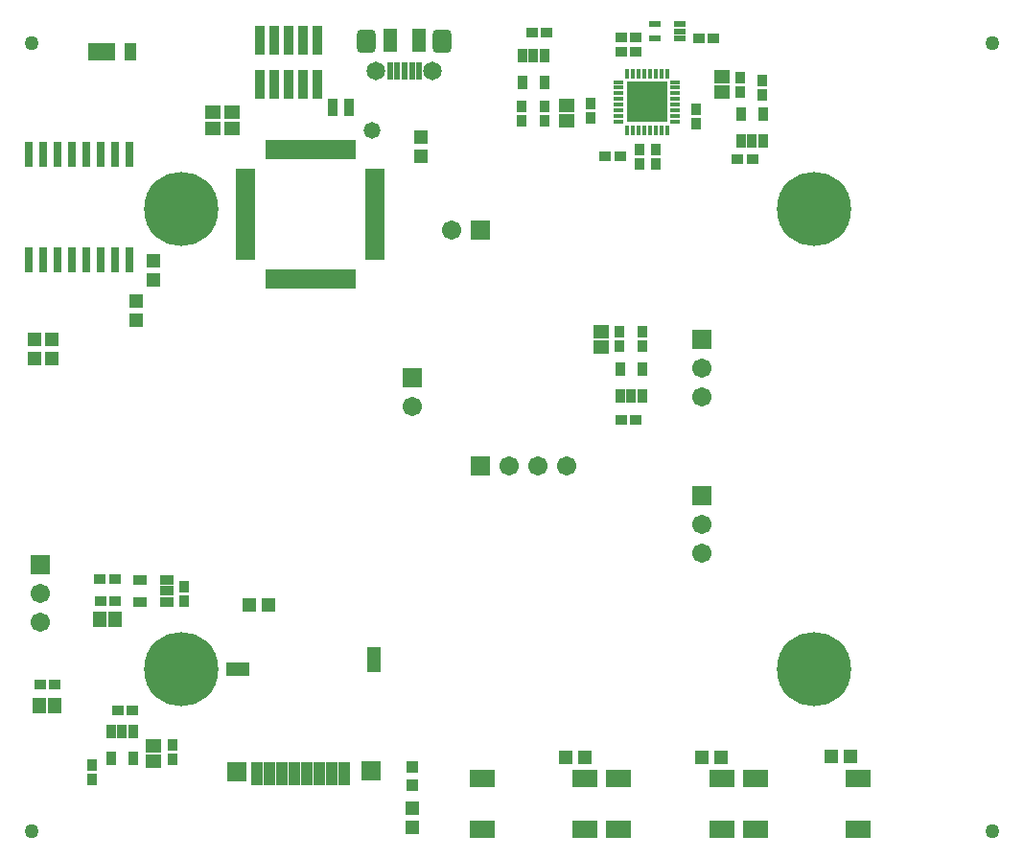
<source format=gts>
G04*
G04 #@! TF.GenerationSoftware,Altium Limited,Altium Designer,21.9.2 (33)*
G04*
G04 Layer_Color=8388736*
%FSLAX25Y25*%
%MOIN*%
G70*
G04*
G04 #@! TF.SameCoordinates,36AF05F9-EE1F-4495-BFDE-5FD0FD3D89CD*
G04*
G04*
G04 #@! TF.FilePolarity,Negative*
G04*
G01*
G75*
%ADD44R,0.03792X0.10249*%
%ADD45R,0.04737X0.05131*%
%ADD46R,0.04800X0.05800*%
%ADD47R,0.04343X0.03556*%
%ADD48R,0.03556X0.04343*%
%ADD49R,0.09461X0.06312*%
%ADD50R,0.04343X0.06312*%
%ADD51R,0.01900X0.06600*%
%ADD52R,0.06600X0.01900*%
%ADD53R,0.04737X0.08280*%
%ADD54R,0.02375X0.06115*%
%ADD55R,0.05131X0.03359*%
%ADD56R,0.03950X0.03950*%
%ADD57R,0.02887X0.08595*%
%ADD58R,0.05512X0.05118*%
%ADD59R,0.03359X0.05131*%
%ADD60R,0.05800X0.04800*%
%ADD61R,0.03753X0.06312*%
%ADD62R,0.05131X0.04737*%
%ADD63R,0.09068X0.06312*%
%ADD64R,0.03950X0.08280*%
%ADD65R,0.06706X0.06706*%
%ADD66R,0.04737X0.08674*%
%ADD67R,0.08083X0.04737*%
%ADD68O,0.01587X0.03556*%
%ADD69O,0.03556X0.01587*%
%ADD70R,0.14186X0.14186*%
%ADD71R,0.04343X0.02375*%
%ADD72C,0.05000*%
%ADD73C,0.06706*%
%ADD74C,0.06509*%
G04:AMPARAMS|DCode=75|XSize=67.06mil|YSize=82.8mil|CornerRadius=18.76mil|HoleSize=0mil|Usage=FLASHONLY|Rotation=180.000|XOffset=0mil|YOffset=0mil|HoleType=Round|Shape=RoundedRectangle|*
%AMROUNDEDRECTD75*
21,1,0.06706,0.04528,0,0,180.0*
21,1,0.02953,0.08280,0,0,180.0*
1,1,0.03753,-0.01476,0.02264*
1,1,0.03753,0.01476,0.02264*
1,1,0.03753,0.01476,-0.02264*
1,1,0.03753,-0.01476,-0.02264*
%
%ADD75ROUNDEDRECTD75*%
%ADD76R,0.06706X0.06706*%
%ADD77C,0.25800*%
%ADD78C,0.05800*%
D44*
X79500Y854D02*
D03*
Y-14500D02*
D03*
X84500Y854D02*
D03*
Y-14500D02*
D03*
X89500Y854D02*
D03*
Y-14500D02*
D03*
X94500Y854D02*
D03*
Y-14500D02*
D03*
X99500Y854D02*
D03*
Y-14500D02*
D03*
D45*
X132500Y-272847D02*
D03*
Y-266154D02*
D03*
X36500Y-96346D02*
D03*
Y-89653D02*
D03*
X1000Y-109846D02*
D03*
Y-103154D02*
D03*
X7000Y-103154D02*
D03*
Y-109846D02*
D03*
X135500Y-32653D02*
D03*
Y-39346D02*
D03*
X42500Y-82346D02*
D03*
Y-75653D02*
D03*
D46*
X8150Y-230500D02*
D03*
X2850D02*
D03*
X29150Y-200500D02*
D03*
X23850D02*
D03*
D47*
X8059Y-223000D02*
D03*
X2941D02*
D03*
X28921Y-186534D02*
D03*
X23803D02*
D03*
X29059Y-194000D02*
D03*
X23941D02*
D03*
X29941Y-232000D02*
D03*
X35059D02*
D03*
X204941Y-3000D02*
D03*
X210059D02*
D03*
X179059Y3500D02*
D03*
X173941D02*
D03*
X210059Y-131000D02*
D03*
X204941D02*
D03*
X199441Y-39500D02*
D03*
X204559D02*
D03*
X250559Y-40500D02*
D03*
X245441D02*
D03*
X237059Y1500D02*
D03*
X231941D02*
D03*
X204941Y2000D02*
D03*
X210059D02*
D03*
D48*
X211500Y-42059D02*
D03*
Y-36941D02*
D03*
X53000Y-194059D02*
D03*
Y-188941D02*
D03*
X21000Y-256059D02*
D03*
Y-250941D02*
D03*
X49000Y-243941D02*
D03*
Y-249059D02*
D03*
X178500Y-27059D02*
D03*
Y-21941D02*
D03*
X170500Y-27059D02*
D03*
Y-21941D02*
D03*
X194500Y-26059D02*
D03*
Y-20941D02*
D03*
X204500Y-100457D02*
D03*
Y-105575D02*
D03*
X231000Y-28059D02*
D03*
Y-22941D02*
D03*
X212500Y-100457D02*
D03*
Y-105575D02*
D03*
X246500Y-11941D02*
D03*
Y-17059D02*
D03*
X254000Y-12941D02*
D03*
Y-18059D02*
D03*
X217000Y-36941D02*
D03*
Y-42059D02*
D03*
D49*
X24457Y-3000D02*
D03*
D50*
X34496D02*
D03*
D51*
X111800Y-82000D02*
D03*
X109800D02*
D03*
X107800D02*
D03*
X105900D02*
D03*
X103900D02*
D03*
X101900D02*
D03*
X100000D02*
D03*
X98000D02*
D03*
X96000D02*
D03*
X94000D02*
D03*
X92100D02*
D03*
X90100D02*
D03*
X88100D02*
D03*
X86200D02*
D03*
X84200D02*
D03*
X82200D02*
D03*
Y-37000D02*
D03*
X84200D02*
D03*
X86200D02*
D03*
X88100D02*
D03*
X90100D02*
D03*
X92100D02*
D03*
X94000D02*
D03*
X96000D02*
D03*
X98000D02*
D03*
X100000D02*
D03*
X101900D02*
D03*
X103900D02*
D03*
X105900D02*
D03*
X107800D02*
D03*
X109800D02*
D03*
X111800D02*
D03*
D52*
X74500Y-74300D02*
D03*
Y-72300D02*
D03*
Y-70300D02*
D03*
Y-68400D02*
D03*
Y-66400D02*
D03*
Y-64400D02*
D03*
Y-62500D02*
D03*
Y-60500D02*
D03*
Y-58500D02*
D03*
Y-56500D02*
D03*
Y-54600D02*
D03*
Y-52600D02*
D03*
Y-50600D02*
D03*
Y-48700D02*
D03*
Y-46700D02*
D03*
Y-44700D02*
D03*
X119500D02*
D03*
Y-46700D02*
D03*
Y-48700D02*
D03*
Y-50600D02*
D03*
Y-52600D02*
D03*
Y-54600D02*
D03*
Y-56500D02*
D03*
Y-58500D02*
D03*
Y-60500D02*
D03*
Y-62500D02*
D03*
Y-64400D02*
D03*
Y-66400D02*
D03*
Y-68400D02*
D03*
Y-70300D02*
D03*
Y-72300D02*
D03*
Y-74300D02*
D03*
D53*
X124752Y894D02*
D03*
X134595D02*
D03*
D54*
X124555Y-9736D02*
D03*
X127114D02*
D03*
X129673D02*
D03*
X132232D02*
D03*
X134791D02*
D03*
D55*
X47086Y-194274D02*
D03*
Y-190534D02*
D03*
Y-186794D02*
D03*
X37637D02*
D03*
Y-194274D02*
D03*
D56*
X132500Y-258248D02*
D03*
Y-251752D02*
D03*
D57*
X-1000Y-75500D02*
D03*
X4000D02*
D03*
X9000D02*
D03*
X14000D02*
D03*
X19000D02*
D03*
X24000D02*
D03*
X29000D02*
D03*
X34000D02*
D03*
X-1000Y-38610D02*
D03*
X4000D02*
D03*
X9000D02*
D03*
X14000D02*
D03*
X19000D02*
D03*
X24000D02*
D03*
X29000D02*
D03*
X34000D02*
D03*
D58*
X63153Y-29756D02*
D03*
X69846D02*
D03*
Y-24244D02*
D03*
X63153D02*
D03*
D59*
X35240Y-248724D02*
D03*
X27760D02*
D03*
Y-239276D02*
D03*
X31500D02*
D03*
X35240D02*
D03*
X178240Y-13724D02*
D03*
X170760D02*
D03*
Y-4276D02*
D03*
X174500D02*
D03*
X178240D02*
D03*
X204760Y-113291D02*
D03*
X212240D02*
D03*
Y-122740D02*
D03*
X208500D02*
D03*
X204760D02*
D03*
X246760Y-24776D02*
D03*
X254240D02*
D03*
Y-34224D02*
D03*
X250500D02*
D03*
X246760D02*
D03*
D60*
X42500Y-244350D02*
D03*
Y-249650D02*
D03*
X186000Y-27150D02*
D03*
Y-21850D02*
D03*
X198000Y-100366D02*
D03*
Y-105666D02*
D03*
X240000Y-11850D02*
D03*
Y-17150D02*
D03*
D61*
X104646Y-22500D02*
D03*
X110354D02*
D03*
D62*
X82346Y-195500D02*
D03*
X75653D02*
D03*
X233154Y-248500D02*
D03*
X239846D02*
D03*
X185653D02*
D03*
X192347D02*
D03*
X278153Y-248000D02*
D03*
X284846D02*
D03*
D63*
X204173Y-255784D02*
D03*
Y-273500D02*
D03*
X240000Y-255784D02*
D03*
Y-273500D02*
D03*
X156673Y-255784D02*
D03*
Y-273500D02*
D03*
X192500Y-255784D02*
D03*
Y-273500D02*
D03*
X251673Y-255784D02*
D03*
Y-273500D02*
D03*
X287500Y-255784D02*
D03*
Y-273500D02*
D03*
D64*
X108803Y-254051D02*
D03*
X104472D02*
D03*
X100142D02*
D03*
X95811D02*
D03*
X91480D02*
D03*
X87150D02*
D03*
X82819D02*
D03*
X78488D02*
D03*
D65*
X71500Y-253500D02*
D03*
X118000Y-253000D02*
D03*
X3000Y-181500D02*
D03*
X233000Y-103000D02*
D03*
X132500Y-116500D02*
D03*
X233000Y-157500D02*
D03*
D66*
X119000Y-214531D02*
D03*
D67*
X71791Y-217878D02*
D03*
D68*
X207110Y-10657D02*
D03*
X209079D02*
D03*
X211047D02*
D03*
X213016D02*
D03*
X214984D02*
D03*
X216953D02*
D03*
X218921D02*
D03*
X220890D02*
D03*
Y-30343D02*
D03*
X218921D02*
D03*
X216953D02*
D03*
X214984D02*
D03*
X213016D02*
D03*
X211047D02*
D03*
X209079D02*
D03*
X207110D02*
D03*
D69*
X223843Y-13610D02*
D03*
Y-15579D02*
D03*
Y-17547D02*
D03*
Y-19516D02*
D03*
Y-21484D02*
D03*
Y-23453D02*
D03*
Y-25421D02*
D03*
Y-27390D02*
D03*
X204157D02*
D03*
Y-25421D02*
D03*
Y-23453D02*
D03*
Y-21484D02*
D03*
Y-19516D02*
D03*
Y-17547D02*
D03*
Y-15579D02*
D03*
Y-13610D02*
D03*
D70*
X214000Y-20500D02*
D03*
D71*
X216669Y1441D02*
D03*
Y6559D02*
D03*
X225331D02*
D03*
Y4000D02*
D03*
Y1441D02*
D03*
D72*
X334000Y0D02*
D03*
Y-274000D02*
D03*
X0Y0D02*
D03*
Y-274000D02*
D03*
D73*
X3000Y-201500D02*
D03*
Y-191500D02*
D03*
X233000Y-113000D02*
D03*
Y-123000D02*
D03*
X132500Y-126500D02*
D03*
X166000Y-147000D02*
D03*
X176000D02*
D03*
X186000D02*
D03*
X146000Y-65000D02*
D03*
X233000Y-177500D02*
D03*
Y-167500D02*
D03*
D74*
X139516Y-9736D02*
D03*
X119831Y-9736D02*
D03*
D75*
X116287Y500D02*
D03*
X142665D02*
D03*
D76*
X156000Y-147000D02*
D03*
Y-65000D02*
D03*
D77*
X51858Y-217795D02*
D03*
Y-57795D02*
D03*
X271858Y-217795D02*
D03*
Y-57795D02*
D03*
D78*
X118500Y-30500D02*
D03*
M02*

</source>
